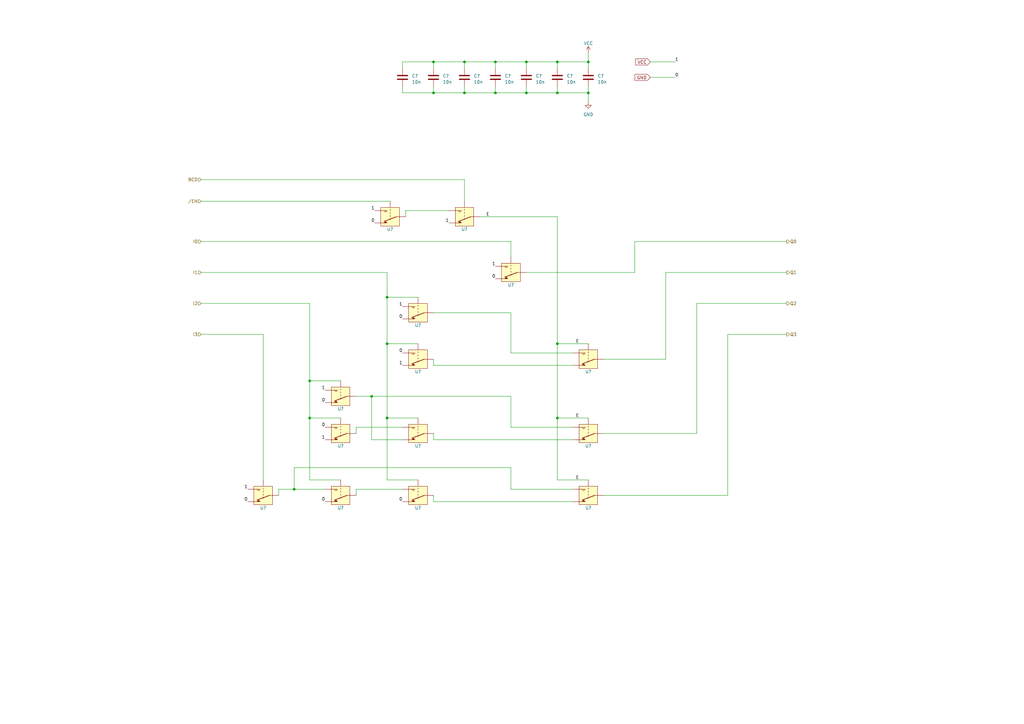
<source format=kicad_sch>
(kicad_sch (version 20230121) (generator eeschema)
  (paper "A3")
  (title_block (title "4 Bit BCD Adjust (\"Sub 6 Circuit\")"))
  (lib_symbols
    (symbol "Device:C" (pin_numbers hide) (pin_names (offset 0.254))
      (property "Reference" "C" (at 0.635 2.54 0))
      (property "Value" "C" (at 0.635 -2.54 0))
      (symbol "C_0_1"
        (polyline (pts (xy -2.032 -0.762) (xy 2.032 -0.762)) (stroke (width 0.508)))
        (polyline (pts (xy -2.032 0.762) (xy 2.032 0.762)) (stroke (width 0.508)))
      )
      (symbol "C_1_1"
        (pin passive line (at 0 3.81 270) (length 2.794) (name "~") (number "1"))
        (pin passive line (at 0 -3.81 90) (length 2.794) (name "~") (number "2"))
      )
    )
    (symbol "MevaLlibreria:1G3157" (pin_numbers hide)
      (property "Reference" "U" (at 0 -5.08 0))
      (symbol "1G3157_0_0"
        (polyline (pts (xy -3.81 2.54) (xy -1.27 2.54) (xy -1.905 1.905) (xy -2.54 2.54)))
      )
      (symbol "1G3157_0_1"
        (rectangle (start -3.81 3.81) (end 3.81 -3.81) (fill (type background)))
        (polyline (pts (xy 0 -0.635) (xy 0 -1.27)))
        (polyline (pts (xy 0 0.635) (xy 0 0)))
        (polyline (pts (xy 0 1.905) (xy 0 1.27)))
        (polyline (pts (xy 0 3.175) (xy 0 2.54)))
        (polyline (pts (xy 2.54 0) (xy -2.54 -1.905)) (stroke (width 0.254)))
        (polyline (pts (xy 3.81 0) (xy 2.54 0)))
        (polyline (pts (xy -3.81 -2.54) (xy -1.27 -2.54) (xy -1.905 -1.905) (xy -2.54 -2.54)) (fill (type outline)))
      )
      (symbol "1G3157_1_1"
        (pin input line (at -6.35 2.54 0) (length 2.54) (name "~") (number "1"))
        (pin power_in line (at 2.54 -2.54 270) (length 2.54) hide (name "GND") (number "2"))
        (pin input line (at -6.35 -2.54 0) (length 2.54) (name "~") (number "3"))
        (pin output line (at 6.35 0 180) (length 2.54) (name "~") (number "4"))
        (pin power_in line (at 2.54 2.54 90) (length 2.54) hide (name "VCC") (number "5"))
        (pin input line (at 0 6.35 270) (length 2.54) (name "~") (number "6"))
      )
    )
    (symbol "power:GND" (power) (pin_names (offset 0))
      (property "Value" "GND" (at 0 -3.81 0))
      (symbol "GND_0_1"
        (polyline (pts (xy 0 0) (xy 0 -1.27) (xy 1.27 -1.27) (xy 0 -2.54) (xy -1.27 -1.27) (xy 0 -1.27)))
      )
      (symbol "GND_1_1"
        (pin power_in line (at 0 0 270) (length 0) hide (name "GND") (number "1"))
      )
    )
    (symbol "power:VCC" (power) (pin_names (offset 0))
      (property "Value" "VCC" (at 0 3.81 0))
      (symbol "VCC_0_1"
        (polyline (pts (xy -0.762 1.27) (xy 0 2.54)))
        (polyline (pts (xy 0 0) (xy 0 2.54)))
        (polyline (pts (xy 0 2.54) (xy 0.762 1.27)))
      )
      (symbol "VCC_1_1"
        (pin power_in line (at 0 0 90) (length 0) hide (name "VCC") (number "1"))
      )
    )
  )
  (junction (at 241.3 38.1))
  (junction (at 228.6 25.4))
  (junction (at 127 156.21))
  (junction (at 158.75 121.92))
  (junction (at 120.65 200.66))
  (junction (at 203.2 38.1))
  (junction (at 177.8 25.4))
  (junction (at 215.9 38.1))
  (junction (at 190.5 38.1))
  (junction (at 158.75 140.97))
  (junction (at 228.6 38.1))
  (junction (at 158.75 171.45))
  (junction (at 127 171.45))
  (junction (at 215.9 25.4))
  (junction (at 177.8 38.1))
  (junction (at 203.2 25.4))
  (junction (at 228.6 140.97))
  (junction (at 241.3 25.4))
  (junction (at 152.4 162.56))
  (junction (at 190.5 25.4))
  (junction (at 228.6 171.45))
  (wire (pts (xy 260.35 99.06) (xy 322.58 99.06)))
  (wire (pts (xy 152.4 162.56) (xy 209.55 162.56)))
  (wire (pts (xy 228.6 140.97) (xy 228.6 171.45)))
  (wire (pts (xy 114.3 200.66) (xy 120.65 200.66)))
  (wire (pts (xy 241.3 38.1) (xy 241.3 35.56)))
  (wire (pts (xy 152.4 162.56) (xy 152.4 180.34)))
  (wire (pts (xy 158.75 196.85) (xy 171.45 196.85)))
  (wire (pts (xy 209.55 144.78) (xy 209.55 128.27)))
  (wire (pts (xy 82.55 124.46) (xy 127 124.46)))
  (wire (pts (xy 82.55 73.66) (xy 190.5 73.66)))
  (wire (pts (xy 203.2 25.4) (xy 215.9 25.4)))
  (wire (pts (xy 190.5 25.4) (xy 190.5 27.94)))
  (wire (pts (xy 107.95 137.16) (xy 107.95 196.85)))
  (wire (pts (xy 82.55 111.76) (xy 158.75 111.76)))
  (wire (pts (xy 215.9 111.76) (xy 260.35 111.76)))
  (wire (pts (xy 209.55 144.78) (xy 234.95 144.78)))
  (wire (pts (xy 152.4 180.34) (xy 165.1 180.34)))
  (wire (pts (xy 228.6 196.85) (xy 241.3 196.85)))
  (wire (pts (xy 203.2 25.4) (xy 203.2 27.94)))
  (wire (pts (xy 209.55 200.66) (xy 234.95 200.66)))
  (wire (pts (xy 273.05 147.32) (xy 273.05 111.76)))
  (wire (pts (xy 146.05 203.2) (xy 146.05 200.66)))
  (wire (pts (xy 276.86 31.75) (xy 266.7 31.75)))
  (wire (pts (xy 215.9 25.4) (xy 215.9 27.94)))
  (wire (pts (xy 241.3 38.1) (xy 241.3 41.91)))
  (wire (pts (xy 260.35 111.76) (xy 260.35 99.06)))
  (wire (pts (xy 241.3 38.1) (xy 228.6 38.1)))
  (wire (pts (xy 171.45 140.97) (xy 158.75 140.97)))
  (wire (pts (xy 228.6 38.1) (xy 228.6 35.56)))
  (wire (pts (xy 127 171.45) (xy 127 196.85)))
  (wire (pts (xy 228.6 171.45) (xy 228.6 196.85)))
  (wire (pts (xy 228.6 25.4) (xy 228.6 27.94)))
  (wire (pts (xy 247.65 177.8) (xy 285.75 177.8)))
  (wire (pts (xy 177.8 180.34) (xy 234.95 180.34)))
  (wire (pts (xy 203.2 38.1) (xy 203.2 35.56)))
  (wire (pts (xy 228.6 25.4) (xy 241.3 25.4)))
  (wire (pts (xy 203.2 38.1) (xy 215.9 38.1)))
  (wire (pts (xy 215.9 25.4) (xy 228.6 25.4)))
  (wire (pts (xy 177.8 38.1) (xy 190.5 38.1)))
  (wire (pts (xy 209.55 162.56) (xy 209.55 175.26)))
  (wire (pts (xy 285.75 124.46) (xy 322.58 124.46)))
  (wire (pts (xy 82.55 99.06) (xy 209.55 99.06)))
  (wire (pts (xy 146.05 200.66) (xy 165.1 200.66)))
  (wire (pts (xy 298.45 137.16) (xy 298.45 203.2)))
  (wire (pts (xy 127 124.46) (xy 127 156.21)))
  (wire (pts (xy 165.1 25.4) (xy 165.1 27.94)))
  (wire (pts (xy 276.86 25.4) (xy 266.7 25.4)))
  (wire (pts (xy 285.75 124.46) (xy 285.75 177.8)))
  (wire (pts (xy 146.05 175.26) (xy 165.1 175.26)))
  (wire (pts (xy 120.65 200.66) (xy 133.35 200.66)))
  (wire (pts (xy 127 156.21) (xy 139.7 156.21)))
  (wire (pts (xy 114.3 200.66) (xy 114.3 203.2)))
  (wire (pts (xy 177.8 205.74) (xy 234.95 205.74)))
  (wire (pts (xy 166.37 88.9) (xy 166.37 86.36)))
  (wire (pts (xy 165.1 38.1) (xy 165.1 35.56)))
  (wire (pts (xy 158.75 140.97) (xy 158.75 171.45)))
  (wire (pts (xy 177.8 205.74) (xy 177.8 203.2)))
  (wire (pts (xy 298.45 137.16) (xy 322.58 137.16)))
  (wire (pts (xy 177.8 25.4) (xy 177.8 27.94)))
  (wire (pts (xy 158.75 171.45) (xy 171.45 171.45)))
  (wire (pts (xy 190.5 38.1) (xy 190.5 35.56)))
  (wire (pts (xy 203.2 38.1) (xy 190.5 38.1)))
  (wire (pts (xy 177.8 38.1) (xy 177.8 35.56)))
  (wire (pts (xy 158.75 121.92) (xy 171.45 121.92)))
  (wire (pts (xy 247.65 203.2) (xy 298.45 203.2)))
  (wire (pts (xy 166.37 86.36) (xy 184.15 86.36)))
  (wire (pts (xy 82.55 137.16) (xy 107.95 137.16)))
  (wire (pts (xy 127 156.21) (xy 127 171.45)))
  (wire (pts (xy 209.55 191.77) (xy 209.55 200.66)))
  (wire (pts (xy 177.8 180.34) (xy 177.8 177.8)))
  (wire (pts (xy 228.6 171.45) (xy 241.3 171.45)))
  (wire (pts (xy 177.8 25.4) (xy 190.5 25.4)))
  (wire (pts (xy 120.65 191.77) (xy 209.55 191.77)))
  (wire (pts (xy 120.65 191.77) (xy 120.65 200.66)))
  (wire (pts (xy 158.75 171.45) (xy 158.75 196.85)))
  (wire (pts (xy 158.75 121.92) (xy 158.75 140.97)))
  (wire (pts (xy 127 196.85) (xy 139.7 196.85)))
  (wire (pts (xy 215.9 38.1) (xy 215.9 35.56)))
  (wire (pts (xy 146.05 162.56) (xy 152.4 162.56)))
  (wire (pts (xy 158.75 111.76) (xy 158.75 121.92)))
  (wire (pts (xy 177.8 147.32) (xy 177.8 149.86)))
  (wire (pts (xy 209.55 99.06) (xy 209.55 105.41)))
  (wire (pts (xy 165.1 25.4) (xy 177.8 25.4)))
  (wire (pts (xy 241.3 21.59) (xy 241.3 25.4)))
  (wire (pts (xy 190.5 25.4) (xy 203.2 25.4)))
  (wire (pts (xy 215.9 38.1) (xy 228.6 38.1)))
  (wire (pts (xy 127 171.45) (xy 139.7 171.45)))
  (wire (pts (xy 228.6 88.9) (xy 228.6 140.97)))
  (wire (pts (xy 209.55 175.26) (xy 234.95 175.26)))
  (wire (pts (xy 82.55 82.55) (xy 160.02 82.55)))
  (wire (pts (xy 146.05 177.8) (xy 146.05 175.26)))
  (wire (pts (xy 228.6 140.97) (xy 241.3 140.97)))
  (wire (pts (xy 273.05 111.76) (xy 322.58 111.76)))
  (wire (pts (xy 241.3 25.4) (xy 241.3 27.94)))
  (wire (pts (xy 190.5 73.66) (xy 190.5 82.55)))
  (wire (pts (xy 177.8 149.86) (xy 234.95 149.86)))
  (wire (pts (xy 209.55 128.27) (xy 177.8 128.27)))
  (wire (pts (xy 165.1 38.1) (xy 177.8 38.1)))
  (wire (pts (xy 247.65 147.32) (xy 273.05 147.32)))
  (wire (pts (xy 196.85 88.9) (xy 228.6 88.9)))
  (label "E" (at 237.49 171.45 180))
  (label "0" (at 153.67 91.44 180))
  (label "E" (at 237.49 196.85 180))
  (label "1" (at 203.2 109.22 180))
  (label "0" (at 101.6 205.74 180))
  (label "0" (at 203.2 114.3 180))
  (label "1" (at 133.35 180.34 180))
  (label "1" (at 184.15 91.44 180))
  (label "0" (at 165.1 205.74 180))
  (label "1" (at 276.86 25.4 0))
  (label "0" (at 133.35 205.74 180))
  (label "1" (at 165.1 125.73 180))
  (label "0" (at 133.35 175.26 180))
  (label "1" (at 101.6 200.66 180))
  (label "1" (at 153.67 86.36 180))
  (label "1" (at 165.1 149.86 180))
  (label "1" (at 133.35 160.02 180))
  (label "E" (at 237.49 140.97 180))
  (label "E" (at 199.39 88.9 0))
  (label "0" (at 165.1 144.78 180))
  (label "0" (at 276.86 31.75 0))
  (label "0" (at 165.1 130.81 180))
  (label "0" (at 133.35 165.1 180))
  (global_label "GND" (shape input) (at 266.7 31.75 180) (property "Intersheetrefs" "${INTERSHEET_REFS}" (effects hide)))
  (global_label "VCC" (shape input) (at 266.7 25.4 180) (property "Intersheetrefs" "${INTERSHEET_REFS}" (effects hide)))
  (hierarchical_label "I2" (shape input) (at 82.55 124.46 180))
  (hierarchical_label "I0" (shape input) (at 82.55 99.06 180))
  (hierarchical_label "{slash}EN" (shape input) (at 82.55 82.55 180))
  (hierarchical_label "Q3" (shape output) (at 322.58 137.16 0))
  (hierarchical_label "Q2" (shape output) (at 322.58 124.46 0))
  (hierarchical_label "Q0" (shape output) (at 322.58 99.06 0))
  (hierarchical_label "Q1" (shape output) (at 322.58 111.76 0))
  (hierarchical_label "BCD" (shape input) (at 82.55 73.66 180))
  (hierarchical_label "I1" (shape input) (at 82.55 111.76 180))
  (hierarchical_label "I3" (shape input) (at 82.55 137.16 180))
  (symbol (lib_id "MevaLlibreria:1G3157") (at 209.55 111.76 0) (unit 1)
    (property "Reference" "U?" (at 209.55 116.84 0))
    (property "Value" "1G3157" (effects hide))
    (property "Footprint" "Package_TO_SOT_SMD:SOT-23-6" (effects hide))
    (property "Datasheet" "https://www.ti.com/lit/ds/symlink/sn74lvc1g3157.pdf" (effects hide))
    (property "Sim.Name" "74LVC1G3157" (effects hide))
    (property "Sim.Library" "../SpiceModelsGlobal/AnalogSPDT.txt" (effects hide))
    (property "Sim.Device" "SUBCKT" (effects hide))
    (property "Sim.Pins" "1=1 3=3 4=4 5=5 6=6" (effects hide))
    (property "Manufacturer" "Texas Instruments" (effects hide))
    (property "Part Number" "SN74LVC1G3157DBVR" (effects hide))
    (instances (project "MiniCalc_A" (path "" (reference "U?") (unit 1)) (path "" (reference "U?") (unit 1)) (path "" (reference "U104") (unit 1))) (project "MiniCalc_X" (path "" (reference "U?") (unit 1))))
  )
  (symbol (lib_id "MevaLlibreria:1G3157") (at 139.7 177.8 0) (unit 1)
    (property "Reference" "U?" (at 139.7 182.88 0))
    (property "Value" "1G3157" (effects hide))
    (property "Footprint" "Package_TO_SOT_SMD:SOT-23-6" (effects hide))
    (property "Datasheet" "https://www.ti.com/lit/ds/symlink/sn74lvc1g3157.pdf" (effects hide))
    (property "Sim.Name" "74LVC1G3157" (effects hide))
    (property "Sim.Library" "../SpiceModelsGlobal/AnalogSPDT.txt" (effects hide))
    (property "Sim.Device" "SUBCKT" (effects hide))
    (property "Sim.Pins" "1=1 3=3 4=4 5=5 6=6" (effects hide))
    (property "Manufacturer" "Texas Instruments" (effects hide))
    (property "Part Number" "SN74LVC1G3157DBVR" (effects hide))
    (instances (project "MiniCalc_A" (path "" (reference "U?") (unit 1)) (path "" (reference "U?") (unit 1)) (path "" (reference "U96") (unit 1))) (project "MiniCalc_X" (path "" (reference "U?") (unit 1))))
  )
  (symbol (lib_id "MevaLlibreria:1G3157") (at 139.7 162.56 0) (unit 1)
    (property "Reference" "U?" (at 139.7 167.64 0))
    (property "Value" "1G3157" (effects hide))
    (property "Footprint" "Package_TO_SOT_SMD:SOT-23-6" (effects hide))
    (property "Datasheet" "https://www.ti.com/lit/ds/symlink/sn74lvc1g3157.pdf" (effects hide))
    (property "Sim.Name" "74LVC1G3157" (effects hide))
    (property "Sim.Library" "../SpiceModelsGlobal/AnalogSPDT.txt" (effects hide))
    (property "Sim.Device" "SUBCKT" (effects hide))
    (property "Sim.Pins" "1=1 3=3 4=4 5=5 6=6" (effects hide))
    (property "Manufacturer" "Texas Instruments" (effects hide))
    (property "Part Number" "SN74LVC1G3157DBVR" (effects hide))
    (instances (project "MiniCalc_A" (path "" (reference "U?") (unit 1)) (path "" (reference "U?") (unit 1)) (path "" (reference "U95") (unit 1))) (project "MiniCalc_X" (path "" (reference "U?") (unit 1))))
  )
  (symbol (lib_id "MevaLlibreria:1G3157") (at 171.45 203.2 0) (unit 1)
    (property "Reference" "U?" (at 171.45 208.28 0))
    (property "Value" "1G3157" (effects hide))
    (property "Footprint" "Package_TO_SOT_SMD:SOT-23-6" (effects hide))
    (property "Datasheet" "https://www.ti.com/lit/ds/symlink/sn74lvc1g3157.pdf" (effects hide))
    (property "Sim.Name" "74LVC1G3157" (effects hide))
    (property "Sim.Library" "../SpiceModelsGlobal/AnalogSPDT.txt" (effects hide))
    (property "Sim.Device" "SUBCKT" (effects hide))
    (property "Sim.Pins" "1=1 3=3 4=4 5=5 6=6" (effects hide))
    (property "Manufacturer" "Texas Instruments" (effects hide))
    (property "Part Number" "SN74LVC1G3157DBVR" (effects hide))
    (instances (project "MiniCalc_A" (path "" (reference "U?") (unit 1)) (path "" (reference "U?") (unit 1)) (path "" (reference "U102") (unit 1))) (project "MiniCalc_X" (path "" (reference "U?") (unit 1))))
  )
  (symbol (lib_id "MevaLlibreria:1G3157") (at 171.45 147.32 0) (unit 1)
    (property "Reference" "U?" (at 171.45 152.4 0))
    (property "Value" "1G3157" (effects hide))
    (property "Footprint" "Package_TO_SOT_SMD:SOT-23-6" (effects hide))
    (property "Datasheet" "https://www.ti.com/lit/ds/symlink/sn74lvc1g3157.pdf" (effects hide))
    (property "Sim.Name" "74LVC1G3157" (effects hide))
    (property "Sim.Library" "../SpiceModelsGlobal/AnalogSPDT.txt" (effects hide))
    (property "Sim.Device" "SUBCKT" (effects hide))
    (property "Sim.Pins" "1=1 3=3 4=4 5=5 6=6" (effects hide))
    (property "Manufacturer" "Texas Instruments" (effects hide))
    (property "Part Number" "SN74LVC1G3157DBVR" (effects hide))
    (instances (project "MiniCalc_A" (path "" (reference "U?") (unit 1)) (path "" (reference "U?") (unit 1)) (path "" (reference "U100") (unit 1))) (project "MiniCalc_X" (path "" (reference "U?") (unit 1))))
  )
  (symbol (lib_id "Device:C") (at 215.9 31.75 0) (unit 1)
    (property "Reference" "C?" (at 219.71 31.115 0) (effects (justify left)))
    (property "Value" "10n" (at 219.71 33.655 0) (effects (justify left)))
    (property "Footprint" "Capacitor_SMD:C_0603_1608Metric" (effects hide))
    (instances (project "MiniCalc_A" (path "" (reference "C?") (unit 1)) (path "" (reference "C?") (unit 1)) (path "" (reference "C?") (unit 1)) (path "" (reference "C?") (unit 1)) (path "" (reference "C?") (unit 1)) (path "" (reference "C?") (unit 1)) (path "" (reference "C54") (unit 1))) (project "MiniCalc_X" (path "" (reference "C?") (unit 1)) (path "" (reference "C?") (unit 1)) (path "" (reference "C?") (unit 1)) (path "" (reference "C?") (unit 1))))
  )
  (symbol (lib_id "MevaLlibreria:1G3157") (at 160.02 88.9 0) (unit 1)
    (property "Reference" "U?" (at 160.02 93.98 0))
    (property "Value" "1G3157" (effects hide))
    (property "Footprint" "Package_TO_SOT_SMD:SOT-23-6" (effects hide))
    (property "Datasheet" "https://www.ti.com/lit/ds/symlink/sn74lvc1g3157.pdf" (effects hide))
    (property "Sim.Name" "74LVC1G3157" (effects hide))
    (property "Sim.Library" "../SpiceModelsGlobal/AnalogSPDT.txt" (effects hide))
    (property "Sim.Device" "SUBCKT" (effects hide))
    (property "Sim.Pins" "1=1 3=3 4=4 5=5 6=6" (effects hide))
    (property "Manufacturer" "Texas Instruments" (effects hide))
    (property "Part Number" "SN74LVC1G3157DBVR" (effects hide))
    (instances (project "MiniCalc_A" (path "" (reference "U?") (unit 1)) (path "" (reference "U?") (unit 1)) (path "" (reference "U98") (unit 1))) (project "MiniCalc_X" (path "" (reference "U?") (unit 1))))
  )
  (symbol (lib_id "Device:C") (at 203.2 31.75 0) (unit 1)
    (property "Reference" "C?" (at 207.01 31.115 0) (effects (justify left)))
    (property "Value" "10n" (at 207.01 33.655 0) (effects (justify left)))
    (property "Footprint" "Capacitor_SMD:C_0603_1608Metric" (effects hide))
    (instances (project "MiniCalc_A" (path "" (reference "C?") (unit 1)) (path "" (reference "C?") (unit 1)) (path "" (reference "C?") (unit 1)) (path "" (reference "C?") (unit 1)) (path "" (reference "C?") (unit 1)) (path "" (reference "C?") (unit 1)) (path "" (reference "C53") (unit 1))) (project "MiniCalc_X" (path "" (reference "C?") (unit 1)) (path "" (reference "C?") (unit 1)) (path "" (reference "C?") (unit 1)) (path "" (reference "C?") (unit 1))))
  )
  (symbol (lib_id "Device:C") (at 177.8 31.75 0) (unit 1)
    (property "Reference" "C?" (at 181.61 31.115 0) (effects (justify left)))
    (property "Value" "10n" (at 181.61 33.655 0) (effects (justify left)))
    (property "Footprint" "Capacitor_SMD:C_0603_1608Metric" (effects hide))
    (instances (project "MiniCalc_A" (path "" (reference "C?") (unit 1)) (path "" (reference "C?") (unit 1)) (path "" (reference "C?") (unit 1)) (path "" (reference "C?") (unit 1)) (path "" (reference "C?") (unit 1)) (path "" (reference "C?") (unit 1)) (path "" (reference "C51") (unit 1))) (project "MiniCalc_X" (path "" (reference "C?") (unit 1)) (path "" (reference "C?") (unit 1)) (path "" (reference "C?") (unit 1)) (path "" (reference "C?") (unit 1))))
  )
  (symbol (lib_id "power:VCC") (at 241.3 21.59 0) (unit 1)
    (property "Reference" "#PWR?" (effects hide))
    (property "Value" "VCC" (at 241.3 17.78 0))
    (instances (project "MiniCalc_A" (path "" (reference "#PWR?") (unit 1)) (path "" (reference "#PWR?") (unit 1)) (path "" (reference "#PWR?") (unit 1)) (path "" (reference "#PWR?") (unit 1)) (path "" (reference "#PWR?") (unit 1)) (path "" (reference "#PWR?") (unit 1)) (path "" (reference "#PWR071") (unit 1))) (project "MiniCalc_X" (path "" (reference "#PWR?") (unit 1)) (path "" (reference "#PWR?") (unit 1)) (path "" (reference "#PWR?") (unit 1)) (path "" (reference "#PWR?") (unit 1))))
  )
  (symbol (lib_id "MevaLlibreria:1G3157") (at 171.45 128.27 0) (unit 1)
    (property "Reference" "U?" (at 171.45 133.35 0))
    (property "Value" "1G3157" (effects hide))
    (property "Footprint" "Package_TO_SOT_SMD:SOT-23-6" (effects hide))
    (property "Datasheet" "https://www.ti.com/lit/ds/symlink/sn74lvc1g3157.pdf" (effects hide))
    (property "Sim.Name" "74LVC1G3157" (effects hide))
    (property "Sim.Library" "../SpiceModelsGlobal/AnalogSPDT.txt" (effects hide))
    (property "Sim.Device" "SUBCKT" (effects hide))
    (property "Sim.Pins" "1=1 3=3 4=4 5=5 6=6" (effects hide))
    (property "Manufacturer" "Texas Instruments" (effects hide))
    (property "Part Number" "SN74LVC1G3157DBVR" (effects hide))
    (instances (project "MiniCalc_A" (path "" (reference "U?") (unit 1)) (path "" (reference "U?") (unit 1)) (path "" (reference "U99") (unit 1))) (project "MiniCalc_X" (path "" (reference "U?") (unit 1))))
  )
  (symbol (lib_id "MevaLlibreria:1G3157") (at 139.7 203.2 0) (unit 1)
    (property "Reference" "U?" (at 139.7 208.28 0))
    (property "Value" "1G3157" (effects hide))
    (property "Footprint" "Package_TO_SOT_SMD:SOT-23-6" (effects hide))
    (property "Datasheet" "https://www.ti.com/lit/ds/symlink/sn74lvc1g3157.pdf" (effects hide))
    (property "Sim.Name" "74LVC1G3157" (effects hide))
    (property "Sim.Library" "../SpiceModelsGlobal/AnalogSPDT.txt" (effects hide))
    (property "Sim.Device" "SUBCKT" (effects hide))
    (property "Sim.Pins" "1=1 3=3 4=4 5=5 6=6" (effects hide))
    (property "Manufacturer" "Texas Instruments" (effects hide))
    (property "Part Number" "SN74LVC1G3157DBVR" (effects hide))
    (instances (project "MiniCalc_A" (path "" (reference "U?") (unit 1)) (path "" (reference "U?") (unit 1)) (path "" (reference "U97") (unit 1))) (project "MiniCalc_X" (path "" (reference "U?") (unit 1))))
  )
  (symbol (lib_id "MevaLlibreria:1G3157") (at 107.95 203.2 0) (unit 1)
    (property "Reference" "U?" (at 107.95 208.28 0))
    (property "Value" "1G3157" (effects hide))
    (property "Footprint" "Package_TO_SOT_SMD:SOT-23-6" (effects hide))
    (property "Datasheet" "https://www.ti.com/lit/ds/symlink/sn74lvc1g3157.pdf" (effects hide))
    (property "Sim.Name" "74LVC1G3157" (effects hide))
    (property "Sim.Library" "../SpiceModelsGlobal/AnalogSPDT.txt" (effects hide))
    (property "Sim.Device" "SUBCKT" (effects hide))
    (property "Sim.Pins" "1=1 3=3 4=4 5=5 6=6" (effects hide))
    (property "Manufacturer" "Texas Instruments" (effects hide))
    (property "Part Number" "SN74LVC1G3157DBVR" (effects hide))
    (instances (project "MiniCalc_A" (path "" (reference "U?") (unit 1)) (path "" (reference "U?") (unit 1)) (path "" (reference "U94") (unit 1))) (project "MiniCalc_X" (path "" (reference "U?") (unit 1))))
  )
  (symbol (lib_id "power:GND") (at 241.3 41.91 0) (unit 1)
    (property "Reference" "#PWR?" (effects hide))
    (property "Value" "GND" (at 241.3 46.99 0))
    (instances (project "MiniCalc_A" (path "" (reference "#PWR?") (unit 1)) (path "" (reference "#PWR?") (unit 1)) (path "" (reference "#PWR?") (unit 1)) (path "" (reference "#PWR?") (unit 1)) (path "" (reference "#PWR?") (unit 1)) (path "" (reference "#PWR?") (unit 1)) (path "" (reference "#PWR072") (unit 1))) (project "MiniCalc_X" (path "" (reference "#PWR?") (unit 1)) (path "" (reference "#PWR?") (unit 1)) (path "" (reference "#PWR?") (unit 1)) (path "" (reference "#PWR?") (unit 1))))
  )
  (symbol (lib_id "Device:C") (at 190.5 31.75 0) (unit 1)
    (property "Reference" "C?" (at 194.31 31.115 0) (effects (justify left)))
    (property "Value" "10n" (at 194.31 33.655 0) (effects (justify left)))
    (property "Footprint" "Capacitor_SMD:C_0603_1608Metric" (effects hide))
    (instances (project "MiniCalc_A" (path "" (reference "C?") (unit 1)) (path "" (reference "C?") (unit 1)) (path "" (reference "C?") (unit 1)) (path "" (reference "C?") (unit 1)) (path "" (reference "C?") (unit 1)) (path "" (reference "C?") (unit 1)) (path "" (reference "C52") (unit 1))) (project "MiniCalc_X" (path "" (reference "C?") (unit 1)) (path "" (reference "C?") (unit 1)) (path "" (reference "C?") (unit 1)) (path "" (reference "C?") (unit 1))))
  )
  (symbol (lib_id "Device:C") (at 241.3 31.75 0) (unit 1)
    (property "Reference" "C?" (at 245.11 31.115 0) (effects (justify left)))
    (property "Value" "10n" (at 245.11 33.655 0) (effects (justify left)))
    (property "Footprint" "Capacitor_SMD:C_0603_1608Metric" (effects hide))
    (instances (project "MiniCalc_A" (path "" (reference "C?") (unit 1)) (path "" (reference "C?") (unit 1)) (path "" (reference "C?") (unit 1)) (path "" (reference "C?") (unit 1)) (path "" (reference "C?") (unit 1)) (path "" (reference "C?") (unit 1)) (path "" (reference "C56") (unit 1))) (project "MiniCalc_X" (path "" (reference "C?") (unit 1)) (path "" (reference "C?") (unit 1)) (path "" (reference "C?") (unit 1)) (path "" (reference "C?") (unit 1))))
  )
  (symbol (lib_id "MevaLlibreria:1G3157") (at 241.3 177.8 0) (unit 1)
    (property "Reference" "U?" (at 241.3 182.88 0))
    (property "Value" "1G3157" (effects hide))
    (property "Footprint" "Package_TO_SOT_SMD:SOT-23-6" (effects hide))
    (property "Datasheet" "https://www.ti.com/lit/ds/symlink/sn74lvc1g3157.pdf" (effects hide))
    (property "Sim.Name" "74LVC1G3157" (effects hide))
    (property "Sim.Library" "../SpiceModelsGlobal/AnalogSPDT.txt" (effects hide))
    (property "Sim.Device" "SUBCKT" (effects hide))
    (property "Sim.Pins" "1=1 3=3 4=4 5=5 6=6" (effects hide))
    (property "Manufacturer" "Texas Instruments" (effects hide))
    (property "Part Number" "SN74LVC1G3157DBVR" (effects hide))
    (instances (project "MiniCalc_A" (path "" (reference "U?") (unit 1)) (path "" (reference "U?") (unit 1)) (path "" (reference "U106") (unit 1))) (project "MiniCalc_X" (path "" (reference "U?") (unit 1))))
  )
  (symbol (lib_id "Device:C") (at 165.1 31.75 0) (unit 1)
    (property "Reference" "C?" (at 168.91 31.115 0) (effects (justify left)))
    (property "Value" "10n" (at 168.91 33.655 0) (effects (justify left)))
    (property "Footprint" "Capacitor_SMD:C_0603_1608Metric" (effects hide))
    (instances (project "MiniCalc_A" (path "" (reference "C?") (unit 1)) (path "" (reference "C?") (unit 1)) (path "" (reference "C?") (unit 1)) (path "" (reference "C?") (unit 1)) (path "" (reference "C?") (unit 1)) (path "" (reference "C?") (unit 1)) (path "" (reference "C50") (unit 1))) (project "MiniCalc_X" (path "" (reference "C?") (unit 1)) (path "" (reference "C?") (unit 1)) (path "" (reference "C?") (unit 1)) (path "" (reference "C?") (unit 1))))
  )
  (symbol (lib_id "MevaLlibreria:1G3157") (at 171.45 177.8 0) (unit 1)
    (property "Reference" "U?" (at 171.45 182.88 0))
    (property "Value" "1G3157" (effects hide))
    (property "Footprint" "Package_TO_SOT_SMD:SOT-23-6" (effects hide))
    (property "Datasheet" "https://www.ti.com/lit/ds/symlink/sn74lvc1g3157.pdf" (effects hide))
    (property "Sim.Name" "74LVC1G3157" (effects hide))
    (property "Sim.Library" "../SpiceModelsGlobal/AnalogSPDT.txt" (effects hide))
    (property "Sim.Device" "SUBCKT" (effects hide))
    (property "Sim.Pins" "1=1 3=3 4=4 5=5 6=6" (effects hide))
    (property "Manufacturer" "Texas Instruments" (effects hide))
    (property "Part Number" "SN74LVC1G3157DBVR" (effects hide))
    (instances (project "MiniCalc_A" (path "" (reference "U?") (unit 1)) (path "" (reference "U?") (unit 1)) (path "" (reference "U101") (unit 1))) (project "MiniCalc_X" (path "" (reference "U?") (unit 1))))
  )
  (symbol (lib_id "Device:C") (at 228.6 31.75 0) (unit 1)
    (property "Reference" "C?" (at 232.41 31.115 0) (effects (justify left)))
    (property "Value" "10n" (at 232.41 33.655 0) (effects (justify left)))
    (property "Footprint" "Capacitor_SMD:C_0603_1608Metric" (effects hide))
    (instances (project "MiniCalc_A" (path "" (reference "C?") (unit 1)) (path "" (reference "C?") (unit 1)) (path "" (reference "C?") (unit 1)) (path "" (reference "C?") (unit 1)) (path "" (reference "C?") (unit 1)) (path "" (reference "C?") (unit 1)) (path "" (reference "C55") (unit 1))) (project "MiniCalc_X" (path "" (reference "C?") (unit 1)) (path "" (reference "C?") (unit 1)) (path "" (reference "C?") (unit 1)) (path "" (reference "C?") (unit 1))))
  )
  (symbol (lib_id "MevaLlibreria:1G3157") (at 190.5 88.9 0) (unit 1)
    (property "Reference" "U?" (at 190.5 93.98 0))
    (property "Value" "1G3157" (effects hide))
    (property "Footprint" "Package_TO_SOT_SMD:SOT-23-6" (effects hide))
    (property "Datasheet" "https://www.ti.com/lit/ds/symlink/sn74lvc1g3157.pdf" (effects hide))
    (property "Sim.Name" "74LVC1G3157" (effects hide))
    (property "Sim.Library" "../SpiceModelsGlobal/AnalogSPDT.txt" (effects hide))
    (property "Sim.Device" "SUBCKT" (effects hide))
    (property "Sim.Pins" "1=1 3=3 4=4 5=5 6=6" (effects hide))
    (property "Manufacturer" "Texas Instruments" (effects hide))
    (property "Part Number" "SN74LVC1G3157DBVR" (effects hide))
    (instances (project "MiniCalc_A" (path "" (reference "U?") (unit 1)) (path "" (reference "U?") (unit 1)) (path "" (reference "U103") (unit 1))) (project "MiniCalc_X" (path "" (reference "U?") (unit 1))))
  )
  (symbol (lib_id "MevaLlibreria:1G3157") (at 241.3 203.2 0) (unit 1)
    (property "Reference" "U?" (at 241.3 208.28 0))
    (property "Value" "1G3157" (effects hide))
    (property "Footprint" "Package_TO_SOT_SMD:SOT-23-6" (effects hide))
    (property "Datasheet" "https://www.ti.com/lit/ds/symlink/sn74lvc1g3157.pdf" (effects hide))
    (property "Sim.Name" "74LVC1G3157" (effects hide))
    (property "Sim.Library" "../SpiceModelsGlobal/AnalogSPDT.txt" (effects hide))
    (property "Sim.Device" "SUBCKT" (effects hide))
    (property "Sim.Pins" "1=1 3=3 4=4 5=5 6=6" (effects hide))
    (property "Manufacturer" "Texas Instruments" (effects hide))
    (property "Part Number" "SN74LVC1G3157DBVR" (effects hide))
    (instances (project "MiniCalc_A" (path "" (reference "U?") (unit 1)) (path "" (reference "U?") (unit 1)) (path "" (reference "U107") (unit 1))) (project "MiniCalc_X" (path "" (reference "U?") (unit 1))))
  )
  (symbol (lib_id "MevaLlibreria:1G3157") (at 241.3 147.32 0) (unit 1)
    (property "Reference" "U?" (at 241.3 152.4 0))
    (property "Value" "1G3157" (effects hide))
    (property "Footprint" "Package_TO_SOT_SMD:SOT-23-6" (effects hide))
    (property "Datasheet" "https://www.ti.com/lit/ds/symlink/sn74lvc1g3157.pdf" (effects hide))
    (property "Sim.Name" "74LVC1G3157" (effects hide))
    (property "Sim.Library" "../SpiceModelsGlobal/AnalogSPDT.txt" (effects hide))
    (property "Sim.Device" "SUBCKT" (effects hide))
    (property "Sim.Pins" "1=1 3=3 4=4 5=5 6=6" (effects hide))
    (property "Manufacturer" "Texas Instruments" (effects hide))
    (property "Part Number" "SN74LVC1G3157DBVR" (effects hide))
    (instances (project "MiniCalc_A" (path "" (reference "U?") (unit 1)) (path "" (reference "U?") (unit 1)) (path "" (reference "U105") (unit 1))) (project "MiniCalc_X" (path "" (reference "U?") (unit 1))))
  )
)
</source>
